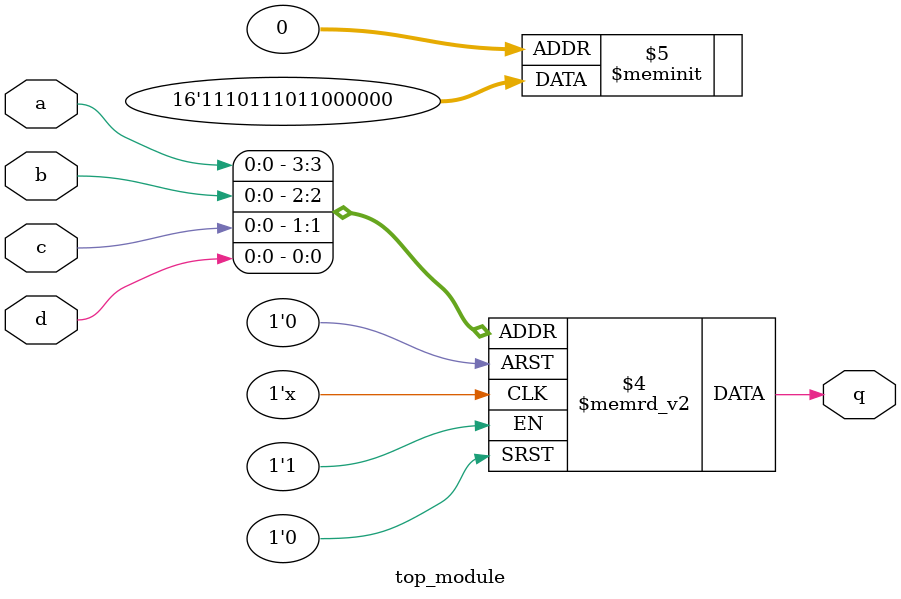
<source format=sv>
module top_module (
    input a, 
    input b, 
    input c, 
    input d,
    output q
);

reg q;

always @(*) begin
    case ({a, b, c, d})
        4'b0000: q = 0;
        4'b0001: q = 0;
        4'b0010: q = 0;
        4'b0011: q = 0;
        4'b0100: q = 0;
        4'b0101: q = 0;
        4'b0110: q = 1;
        4'b0111: q = 1;
        4'b1000: q = 0;
        4'b1001: q = 1;
        4'b1010: q = 1;
        4'b1011: q = 1;
        4'b1100: q = 0;
        4'b1101: q = 1;
        4'b1110: q = 1;
        4'b1111: q = 1;
    endcase
end

endmodule

</source>
